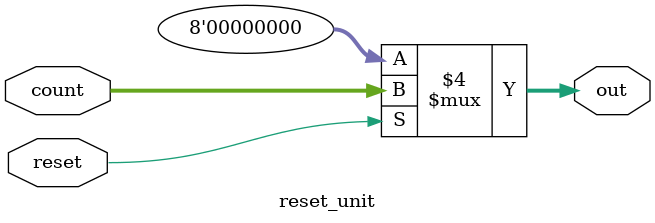
<source format=v>
module reset_unit(count, reset, out);
	input [7:0]count;
	input reset;
	output reg [7:0]out;
	
	always@(reset)
	begin
		if (!reset)
			out = 8'd0;
		else
			out = count;
	end
endmodule
</source>
